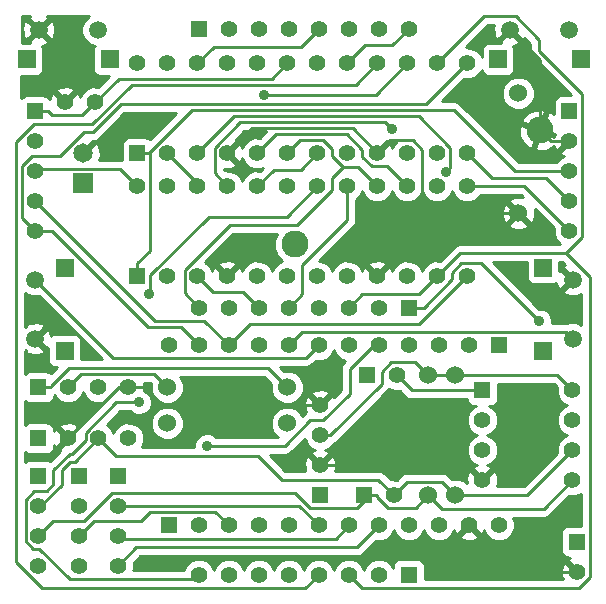
<source format=gtl>
G04 (created by PCBNEW (2013-07-07 BZR 4022)-stable) date 01/06/2014 15:28:08*
%MOIN*%
G04 Gerber Fmt 3.4, Leading zero omitted, Abs format*
%FSLAX34Y34*%
G01*
G70*
G90*
G04 APERTURE LIST*
%ADD10C,0.00590551*%
%ADD11R,0.055X0.055*%
%ADD12C,0.055*%
%ADD13C,0.06*%
%ADD14R,0.065X0.065*%
%ADD15C,0.065*%
%ADD16C,0.09*%
%ADD17C,0.0590551*%
%ADD18R,0.0590551X0.0590551*%
%ADD19C,0.035*%
%ADD20C,0.01*%
G04 APERTURE END LIST*
G54D10*
G54D11*
X78750Y-29450D03*
G54D12*
X79750Y-29450D03*
X80750Y-29450D03*
X81750Y-29450D03*
X82750Y-29450D03*
X83750Y-29450D03*
X84750Y-29450D03*
X85750Y-29450D03*
G54D11*
X85750Y-47650D03*
G54D12*
X84750Y-47650D03*
X83750Y-47650D03*
X82750Y-47650D03*
X81750Y-47650D03*
X80750Y-47650D03*
X79750Y-47650D03*
X78750Y-47650D03*
G54D13*
X89400Y-31600D03*
X89400Y-35600D03*
X81700Y-42600D03*
X77700Y-42600D03*
G54D11*
X76700Y-33600D03*
G54D12*
X77700Y-33600D03*
X78700Y-33600D03*
X79700Y-33600D03*
X80700Y-33600D03*
X81700Y-33600D03*
X82700Y-33600D03*
X83700Y-33600D03*
X84700Y-33600D03*
X85700Y-33600D03*
X86700Y-33600D03*
X87700Y-33600D03*
X87700Y-30600D03*
X86700Y-30600D03*
X85700Y-30600D03*
X84700Y-30600D03*
X83700Y-30600D03*
X82700Y-30600D03*
X81700Y-30600D03*
X80700Y-30600D03*
X79700Y-30600D03*
X78700Y-30600D03*
X77700Y-30600D03*
X76700Y-30600D03*
G54D14*
X74900Y-34600D03*
G54D15*
X74900Y-33600D03*
G54D12*
X74300Y-31900D03*
X75300Y-31900D03*
G54D11*
X85750Y-38750D03*
G54D12*
X84750Y-38750D03*
X83750Y-38750D03*
X82750Y-38750D03*
X81750Y-38750D03*
X80750Y-38750D03*
X79750Y-38750D03*
X78750Y-38750D03*
G54D11*
X77750Y-46000D03*
G54D12*
X78750Y-46000D03*
X79750Y-46000D03*
X80750Y-46000D03*
X81750Y-46000D03*
X82750Y-46000D03*
X83750Y-46000D03*
X84750Y-46000D03*
X85750Y-46000D03*
X86750Y-46000D03*
X87750Y-46000D03*
X88750Y-46000D03*
G54D11*
X88750Y-40000D03*
G54D12*
X87750Y-40000D03*
X86750Y-40000D03*
X85750Y-40000D03*
X84750Y-40000D03*
X83750Y-40000D03*
X82750Y-40000D03*
X81750Y-40000D03*
X80750Y-40000D03*
X79750Y-40000D03*
X78750Y-40000D03*
X77750Y-40000D03*
G54D11*
X76700Y-37700D03*
G54D12*
X77700Y-37700D03*
X78700Y-37700D03*
X79700Y-37700D03*
X80700Y-37700D03*
X81700Y-37700D03*
X82700Y-37700D03*
X83700Y-37700D03*
X84700Y-37700D03*
X85700Y-37700D03*
X86700Y-37700D03*
X87700Y-37700D03*
X87700Y-34700D03*
X86700Y-34700D03*
X85700Y-34700D03*
X84700Y-34700D03*
X83700Y-34700D03*
X82700Y-34700D03*
X81700Y-34700D03*
X80700Y-34700D03*
X79700Y-34700D03*
X78700Y-34700D03*
X77700Y-34700D03*
X76700Y-34700D03*
G54D11*
X73400Y-43100D03*
G54D12*
X74400Y-43100D03*
X75400Y-43100D03*
X76400Y-43100D03*
G54D11*
X84250Y-45000D03*
G54D12*
X85250Y-45000D03*
G54D13*
X81700Y-41400D03*
X77700Y-41400D03*
X87300Y-45000D03*
X87300Y-41000D03*
X86400Y-45000D03*
X86400Y-41000D03*
G54D11*
X88200Y-41500D03*
G54D12*
X88200Y-42500D03*
X88200Y-43500D03*
X88200Y-44500D03*
X91200Y-44500D03*
X91200Y-43500D03*
X91200Y-42500D03*
X91200Y-41500D03*
G54D16*
X90118Y-32832D03*
X81962Y-36635D03*
G54D11*
X73400Y-41400D03*
G54D12*
X74400Y-41400D03*
X75400Y-41400D03*
X76400Y-41400D03*
G54D11*
X82800Y-45000D03*
G54D12*
X82800Y-44000D03*
X82800Y-43000D03*
X82800Y-42000D03*
G54D17*
X91209Y-39784D03*
X91209Y-37815D03*
G54D18*
X90225Y-40177D03*
X90225Y-37422D03*
G54D17*
X73290Y-37815D03*
X73290Y-39784D03*
G54D18*
X74274Y-37422D03*
X74274Y-40177D03*
G54D17*
X91084Y-29490D03*
X89115Y-29490D03*
G54D18*
X91477Y-30474D03*
X88722Y-30474D03*
G54D17*
X75384Y-29490D03*
X73415Y-29490D03*
G54D18*
X75777Y-30474D03*
X73022Y-30474D03*
G54D11*
X73300Y-32200D03*
G54D12*
X73300Y-33200D03*
X73300Y-34200D03*
X73300Y-35200D03*
X73300Y-36200D03*
G54D11*
X91100Y-32200D03*
G54D12*
X91100Y-33200D03*
X91100Y-34200D03*
X91100Y-35200D03*
X91100Y-36200D03*
G54D11*
X73400Y-44350D03*
G54D12*
X73400Y-45350D03*
X73400Y-46350D03*
X73400Y-47350D03*
G54D11*
X74750Y-44350D03*
G54D12*
X74750Y-45350D03*
X74750Y-46350D03*
X74750Y-47350D03*
G54D11*
X76050Y-44350D03*
G54D12*
X76050Y-45350D03*
X76050Y-46350D03*
X76050Y-47350D03*
G54D11*
X84350Y-41000D03*
G54D12*
X85350Y-41000D03*
G54D11*
X91350Y-46550D03*
G54D12*
X91350Y-47550D03*
G54D19*
X86999Y-34210D03*
X90099Y-39201D03*
X80921Y-31645D03*
X85186Y-32805D03*
X76751Y-41907D03*
X79025Y-43356D03*
X77091Y-38277D03*
G54D20*
X79928Y-32371D02*
X78700Y-33600D01*
X86079Y-32371D02*
X79928Y-32371D01*
X87125Y-33416D02*
X86079Y-32371D01*
X87125Y-34084D02*
X87125Y-33416D01*
X86999Y-34210D02*
X87125Y-34084D01*
X88170Y-37273D02*
X90099Y-39201D01*
X87506Y-37273D02*
X88170Y-37273D01*
X87200Y-37579D02*
X87506Y-37273D01*
X87200Y-37801D02*
X87200Y-37579D01*
X86251Y-38750D02*
X87200Y-37801D01*
X85750Y-38750D02*
X86251Y-38750D01*
X82150Y-34150D02*
X82700Y-33600D01*
X81250Y-34150D02*
X82150Y-34150D01*
X80700Y-34700D02*
X81250Y-34150D01*
X82150Y-30050D02*
X82750Y-29450D01*
X79250Y-30050D02*
X82150Y-30050D01*
X78700Y-30600D02*
X79250Y-30050D01*
X84654Y-31645D02*
X80921Y-31645D01*
X85700Y-30600D02*
X84654Y-31645D01*
X84300Y-30000D02*
X83700Y-30600D01*
X85200Y-30000D02*
X84300Y-30000D01*
X85750Y-29450D02*
X85200Y-30000D01*
X81326Y-32973D02*
X80700Y-33600D01*
X83697Y-32973D02*
X81326Y-32973D01*
X84200Y-33475D02*
X83697Y-32973D01*
X84200Y-33729D02*
X84200Y-33475D01*
X84508Y-34038D02*
X84200Y-33729D01*
X85038Y-34038D02*
X84508Y-34038D01*
X85700Y-34700D02*
X85038Y-34038D01*
X84195Y-48095D02*
X83750Y-47650D01*
X91417Y-48095D02*
X84195Y-48095D01*
X91787Y-47726D02*
X91417Y-48095D01*
X91787Y-37737D02*
X91787Y-47726D01*
X90988Y-36938D02*
X91787Y-37737D01*
X88272Y-29027D02*
X86700Y-30600D01*
X89307Y-29027D02*
X88272Y-29027D01*
X90100Y-29820D02*
X89307Y-29027D01*
X90100Y-30191D02*
X90100Y-29820D01*
X91534Y-31626D02*
X90100Y-30191D01*
X91534Y-36392D02*
X91534Y-31626D01*
X90988Y-36938D02*
X91534Y-36392D01*
X87461Y-36938D02*
X86700Y-37700D01*
X90988Y-36938D02*
X87461Y-36938D01*
X84195Y-38305D02*
X83750Y-38750D01*
X86095Y-38305D02*
X84195Y-38305D01*
X86700Y-37700D02*
X86095Y-38305D01*
X82304Y-48095D02*
X82750Y-47650D01*
X73532Y-48095D02*
X82304Y-48095D01*
X72654Y-47217D02*
X73532Y-48095D01*
X72654Y-33241D02*
X72654Y-47217D01*
X73266Y-32629D02*
X72654Y-33241D01*
X75198Y-32629D02*
X73266Y-32629D01*
X76511Y-31316D02*
X75198Y-32629D01*
X83983Y-31316D02*
X76511Y-31316D01*
X84700Y-30600D02*
X83983Y-31316D01*
X82200Y-38300D02*
X81750Y-38750D01*
X82200Y-37310D02*
X82200Y-38300D01*
X83700Y-35810D02*
X82200Y-37310D01*
X83700Y-34700D02*
X83700Y-35810D01*
X80219Y-38219D02*
X80750Y-38750D01*
X79219Y-38219D02*
X80219Y-38219D01*
X78700Y-37700D02*
X79219Y-38219D01*
X84952Y-32571D02*
X85186Y-32805D01*
X80127Y-32571D02*
X84952Y-32571D01*
X79274Y-33424D02*
X80127Y-32571D01*
X79274Y-34274D02*
X79274Y-33424D01*
X79700Y-34700D02*
X79274Y-34274D01*
X75991Y-41907D02*
X76751Y-41907D01*
X74974Y-42923D02*
X75991Y-41907D01*
X74974Y-43150D02*
X74974Y-42923D01*
X74511Y-43613D02*
X74974Y-43150D01*
X74440Y-43613D02*
X74511Y-43613D01*
X73904Y-44150D02*
X74440Y-43613D01*
X73904Y-44633D02*
X73904Y-44150D01*
X73684Y-44853D02*
X73904Y-44633D01*
X73270Y-44853D02*
X73684Y-44853D01*
X72974Y-45149D02*
X73270Y-44853D01*
X72974Y-46525D02*
X72974Y-45149D01*
X73223Y-46775D02*
X72974Y-46525D01*
X73431Y-46775D02*
X73223Y-46775D01*
X74456Y-47800D02*
X73431Y-46775D01*
X78599Y-47800D02*
X74456Y-47800D01*
X78750Y-47650D02*
X78599Y-47800D01*
X84071Y-34071D02*
X83570Y-34071D01*
X84700Y-34700D02*
X84071Y-34071D01*
X82126Y-33173D02*
X81700Y-33600D01*
X82902Y-33173D02*
X82126Y-33173D01*
X83200Y-33470D02*
X82902Y-33173D01*
X83200Y-33701D02*
X83200Y-33470D01*
X83570Y-34071D02*
X83200Y-33701D01*
X83200Y-34441D02*
X83570Y-34071D01*
X83200Y-34820D02*
X83200Y-34441D01*
X82013Y-36006D02*
X83200Y-34820D01*
X79774Y-36006D02*
X82013Y-36006D01*
X78273Y-37507D02*
X79774Y-36006D01*
X78273Y-38273D02*
X78273Y-37507D01*
X78750Y-38750D02*
X78273Y-38273D01*
X78700Y-34600D02*
X77700Y-33600D01*
X78700Y-34700D02*
X78700Y-34600D01*
X82100Y-45350D02*
X82750Y-46000D01*
X76050Y-45350D02*
X82100Y-45350D01*
X83307Y-46442D02*
X83750Y-46000D01*
X76142Y-46442D02*
X83307Y-46442D01*
X76050Y-46350D02*
X76142Y-46442D01*
X76663Y-46736D02*
X76050Y-47350D01*
X84013Y-46736D02*
X76663Y-46736D01*
X84750Y-46000D02*
X84013Y-46736D01*
X86850Y-45450D02*
X86400Y-45000D01*
X90249Y-45450D02*
X86850Y-45450D01*
X91200Y-44500D02*
X90249Y-45450D01*
X84675Y-45053D02*
X84675Y-45000D01*
X85047Y-45425D02*
X84675Y-45053D01*
X85974Y-45425D02*
X85047Y-45425D01*
X86400Y-45000D02*
X85974Y-45425D01*
X84462Y-45000D02*
X84445Y-45000D01*
X84250Y-45000D02*
X84445Y-45000D01*
X84462Y-45000D02*
X84675Y-45000D01*
X73900Y-45850D02*
X73400Y-46350D01*
X74913Y-45850D02*
X73900Y-45850D01*
X75842Y-44920D02*
X74913Y-45850D01*
X81956Y-44920D02*
X75842Y-44920D01*
X82465Y-45429D02*
X81956Y-44920D01*
X84016Y-45429D02*
X82465Y-45429D01*
X84445Y-45000D02*
X84016Y-45429D01*
X74615Y-43884D02*
X75400Y-43100D01*
X74452Y-43884D02*
X74615Y-43884D01*
X74174Y-44162D02*
X74452Y-43884D01*
X74174Y-44645D02*
X74174Y-44162D01*
X73470Y-45350D02*
X74174Y-44645D01*
X73400Y-45350D02*
X73470Y-45350D01*
X84727Y-44477D02*
X85250Y-45000D01*
X81513Y-44477D02*
X84727Y-44477D01*
X80717Y-43681D02*
X81513Y-44477D01*
X75981Y-43681D02*
X80717Y-43681D01*
X75400Y-43100D02*
X75981Y-43681D01*
X89700Y-45000D02*
X87300Y-45000D01*
X91200Y-43500D02*
X89700Y-45000D01*
X85701Y-44548D02*
X85250Y-45000D01*
X86848Y-44548D02*
X85701Y-44548D01*
X87300Y-45000D02*
X86848Y-44548D01*
X78154Y-39404D02*
X78750Y-40000D01*
X77059Y-39404D02*
X78154Y-39404D01*
X73855Y-36200D02*
X77059Y-39404D01*
X73300Y-36200D02*
X73855Y-36200D01*
X89600Y-34700D02*
X87700Y-34700D01*
X91100Y-36200D02*
X89600Y-34700D01*
X86329Y-31970D02*
X87700Y-30600D01*
X76140Y-31970D02*
X86329Y-31970D01*
X75210Y-32900D02*
X76140Y-31970D01*
X74927Y-32900D02*
X75210Y-32900D01*
X74128Y-33700D02*
X74927Y-32900D01*
X73188Y-33700D02*
X74128Y-33700D01*
X72869Y-34018D02*
X73188Y-33700D01*
X72869Y-35769D02*
X72869Y-34018D01*
X73300Y-36200D02*
X72869Y-35769D01*
X79300Y-45550D02*
X79750Y-46000D01*
X77108Y-45550D02*
X79300Y-45550D01*
X76808Y-45849D02*
X77108Y-45550D01*
X75250Y-45849D02*
X76808Y-45849D01*
X74750Y-46350D02*
X75250Y-45849D01*
X81608Y-43356D02*
X79025Y-43356D01*
X82465Y-42500D02*
X81608Y-43356D01*
X82902Y-42500D02*
X82465Y-42500D01*
X83776Y-41626D02*
X82902Y-42500D01*
X83776Y-40798D02*
X83776Y-41626D01*
X84575Y-40000D02*
X83776Y-40798D01*
X84750Y-40000D02*
X84575Y-40000D01*
X82324Y-40425D02*
X82750Y-40000D01*
X75899Y-40425D02*
X82324Y-40425D01*
X73290Y-37815D02*
X75899Y-40425D01*
X82179Y-39570D02*
X81750Y-40000D01*
X90995Y-39570D02*
X82179Y-39570D01*
X91209Y-39784D02*
X90995Y-39570D01*
X77270Y-40970D02*
X77700Y-41400D01*
X74829Y-40970D02*
X77270Y-40970D01*
X74400Y-41400D02*
X74829Y-40970D01*
X90330Y-34430D02*
X91100Y-35200D01*
X88530Y-34430D02*
X90330Y-34430D01*
X87700Y-33600D02*
X88530Y-34430D01*
X78925Y-39175D02*
X79750Y-40000D01*
X77275Y-39175D02*
X78925Y-39175D01*
X73300Y-35200D02*
X77275Y-39175D01*
X80445Y-39304D02*
X79750Y-40000D01*
X86095Y-39304D02*
X80445Y-39304D01*
X87700Y-37700D02*
X86095Y-39304D01*
X76700Y-33600D02*
X77098Y-33600D01*
X77125Y-36849D02*
X76700Y-37274D01*
X77125Y-33626D02*
X77125Y-36849D01*
X77098Y-33600D02*
X77125Y-33626D01*
X76700Y-37700D02*
X76700Y-37274D01*
X78527Y-32170D02*
X77098Y-33600D01*
X87258Y-32170D02*
X78527Y-32170D01*
X89287Y-34200D02*
X87258Y-32170D01*
X91100Y-34200D02*
X89287Y-34200D01*
X76124Y-34124D02*
X76700Y-34700D01*
X73375Y-34124D02*
X76124Y-34124D01*
X73300Y-34200D02*
X73375Y-34124D01*
X77129Y-38239D02*
X77091Y-38277D01*
X77129Y-37669D02*
X77129Y-38239D01*
X79075Y-35723D02*
X77129Y-37669D01*
X81676Y-35723D02*
X79075Y-35723D01*
X82700Y-34700D02*
X81676Y-35723D01*
X89300Y-47550D02*
X87750Y-46000D01*
X91350Y-47550D02*
X89300Y-47550D01*
X87700Y-44000D02*
X88200Y-44500D01*
X82800Y-44000D02*
X87700Y-44000D01*
X89400Y-35600D02*
X86200Y-35600D01*
X86200Y-36200D02*
X86200Y-35600D01*
X84700Y-37700D02*
X86200Y-36200D01*
X90118Y-30493D02*
X89115Y-29490D01*
X90118Y-32832D02*
X90118Y-30493D01*
X86200Y-33484D02*
X86200Y-35600D01*
X85890Y-33174D02*
X86200Y-33484D01*
X85125Y-33174D02*
X85890Y-33174D01*
X84700Y-33600D02*
X85125Y-33174D01*
X80526Y-32773D02*
X79700Y-33600D01*
X83873Y-32773D02*
X80526Y-32773D01*
X84700Y-33600D02*
X83873Y-32773D01*
X76931Y-41400D02*
X76400Y-41400D01*
X77531Y-42000D02*
X76931Y-41400D01*
X82800Y-42000D02*
X77531Y-42000D01*
X76100Y-41400D02*
X74400Y-43100D01*
X76400Y-41400D02*
X76100Y-41400D01*
X90486Y-33200D02*
X90118Y-32832D01*
X91100Y-33200D02*
X90486Y-33200D01*
X85850Y-41500D02*
X85350Y-41000D01*
X88200Y-41500D02*
X85850Y-41500D01*
X73400Y-41400D02*
X73825Y-41400D01*
X73300Y-32200D02*
X73725Y-32200D01*
X74872Y-32327D02*
X75300Y-31900D01*
X73852Y-32327D02*
X74872Y-32327D01*
X73725Y-32200D02*
X73852Y-32327D01*
X81060Y-40760D02*
X81700Y-41400D01*
X74411Y-40760D02*
X81060Y-40760D01*
X73825Y-41346D02*
X74411Y-40760D01*
X73825Y-41400D02*
X73825Y-41346D01*
X90700Y-41000D02*
X87300Y-41000D01*
X91200Y-41500D02*
X90700Y-41000D01*
X87300Y-41000D02*
X86400Y-41000D01*
X83133Y-43000D02*
X82800Y-43000D01*
X84842Y-41291D02*
X83133Y-43000D01*
X84842Y-40890D02*
X84842Y-41291D01*
X85160Y-40572D02*
X84842Y-40890D01*
X85972Y-40572D02*
X85160Y-40572D01*
X86400Y-41000D02*
X85972Y-40572D01*
X76083Y-31116D02*
X75300Y-31900D01*
X81183Y-31116D02*
X76083Y-31116D01*
X81700Y-30600D02*
X81183Y-31116D01*
G54D10*
G36*
X73376Y-33205D02*
X73305Y-33276D01*
X73300Y-33270D01*
X73294Y-33276D01*
X73223Y-33205D01*
X73229Y-33200D01*
X73223Y-33194D01*
X73294Y-33123D01*
X73300Y-33129D01*
X73305Y-33123D01*
X73376Y-33194D01*
X73370Y-33200D01*
X73376Y-33205D01*
X73376Y-33205D01*
G37*
G54D20*
X73376Y-33205D02*
X73305Y-33276D01*
X73300Y-33270D01*
X73294Y-33276D01*
X73223Y-33205D01*
X73229Y-33200D01*
X73223Y-33194D01*
X73294Y-33123D01*
X73300Y-33129D01*
X73305Y-33123D01*
X73376Y-33194D01*
X73370Y-33200D01*
X73376Y-33205D01*
G54D10*
G36*
X75511Y-40460D02*
X74820Y-40460D01*
X74820Y-40423D01*
X74820Y-39833D01*
X74782Y-39741D01*
X74711Y-39670D01*
X74620Y-39632D01*
X74520Y-39632D01*
X73930Y-39632D01*
X73838Y-39670D01*
X73831Y-39677D01*
X73829Y-39648D01*
X73767Y-39499D01*
X73673Y-39472D01*
X73602Y-39543D01*
X73361Y-39784D01*
X73673Y-40096D01*
X73729Y-40080D01*
X73729Y-40522D01*
X73767Y-40614D01*
X73837Y-40685D01*
X73929Y-40723D01*
X74024Y-40723D01*
X73825Y-40922D01*
X73816Y-40913D01*
X73724Y-40875D01*
X73625Y-40874D01*
X73602Y-40874D01*
X73075Y-40874D01*
X72983Y-40912D01*
X72954Y-40942D01*
X72954Y-40191D01*
X72978Y-40166D01*
X73005Y-40261D01*
X73209Y-40334D01*
X73426Y-40323D01*
X73575Y-40261D01*
X73602Y-40166D01*
X73290Y-39854D01*
X73284Y-39860D01*
X73214Y-39789D01*
X73219Y-39784D01*
X73214Y-39778D01*
X73284Y-39707D01*
X73290Y-39713D01*
X73602Y-39401D01*
X73575Y-39306D01*
X73371Y-39234D01*
X73154Y-39245D01*
X73005Y-39306D01*
X72978Y-39401D01*
X72954Y-39377D01*
X72954Y-38250D01*
X72981Y-38277D01*
X73181Y-38360D01*
X73398Y-38361D01*
X73407Y-38357D01*
X75511Y-40460D01*
X75511Y-40460D01*
G37*
G54D20*
X75511Y-40460D02*
X74820Y-40460D01*
X74820Y-40423D01*
X74820Y-39833D01*
X74782Y-39741D01*
X74711Y-39670D01*
X74620Y-39632D01*
X74520Y-39632D01*
X73930Y-39632D01*
X73838Y-39670D01*
X73831Y-39677D01*
X73829Y-39648D01*
X73767Y-39499D01*
X73673Y-39472D01*
X73602Y-39543D01*
X73361Y-39784D01*
X73673Y-40096D01*
X73729Y-40080D01*
X73729Y-40522D01*
X73767Y-40614D01*
X73837Y-40685D01*
X73929Y-40723D01*
X74024Y-40723D01*
X73825Y-40922D01*
X73816Y-40913D01*
X73724Y-40875D01*
X73625Y-40874D01*
X73602Y-40874D01*
X73075Y-40874D01*
X72983Y-40912D01*
X72954Y-40942D01*
X72954Y-40191D01*
X72978Y-40166D01*
X73005Y-40261D01*
X73209Y-40334D01*
X73426Y-40323D01*
X73575Y-40261D01*
X73602Y-40166D01*
X73290Y-39854D01*
X73284Y-39860D01*
X73214Y-39789D01*
X73219Y-39784D01*
X73214Y-39778D01*
X73284Y-39707D01*
X73290Y-39713D01*
X73602Y-39401D01*
X73575Y-39306D01*
X73371Y-39234D01*
X73154Y-39245D01*
X73005Y-39306D01*
X72978Y-39401D01*
X72954Y-39377D01*
X72954Y-38250D01*
X72981Y-38277D01*
X73181Y-38360D01*
X73398Y-38361D01*
X73407Y-38357D01*
X75511Y-40460D01*
G54D10*
G36*
X75581Y-41893D02*
X74765Y-42709D01*
X74742Y-42686D01*
X74697Y-42732D01*
X74672Y-42639D01*
X74475Y-42570D01*
X74267Y-42581D01*
X74127Y-42639D01*
X74102Y-42732D01*
X74400Y-43029D01*
X74405Y-43023D01*
X74476Y-43094D01*
X74470Y-43100D01*
X74476Y-43105D01*
X74405Y-43176D01*
X74400Y-43170D01*
X74102Y-43467D01*
X74115Y-43514D01*
X73781Y-43848D01*
X73724Y-43825D01*
X73625Y-43824D01*
X73075Y-43824D01*
X72983Y-43862D01*
X72954Y-43892D01*
X72954Y-43557D01*
X72983Y-43586D01*
X73075Y-43624D01*
X73174Y-43625D01*
X73724Y-43625D01*
X73816Y-43587D01*
X73886Y-43516D01*
X73924Y-43424D01*
X73925Y-43337D01*
X73939Y-43372D01*
X74032Y-43397D01*
X74329Y-43100D01*
X74032Y-42802D01*
X73939Y-42827D01*
X73925Y-42868D01*
X73925Y-42775D01*
X73887Y-42683D01*
X73816Y-42613D01*
X73724Y-42575D01*
X73625Y-42574D01*
X73075Y-42574D01*
X72983Y-42612D01*
X72954Y-42642D01*
X72954Y-41857D01*
X72983Y-41886D01*
X73075Y-41924D01*
X73174Y-41925D01*
X73724Y-41925D01*
X73816Y-41887D01*
X73886Y-41816D01*
X73924Y-41724D01*
X73924Y-41680D01*
X73939Y-41677D01*
X73945Y-41673D01*
X73954Y-41697D01*
X74102Y-41844D01*
X74295Y-41924D01*
X74503Y-41925D01*
X74697Y-41845D01*
X74844Y-41697D01*
X74900Y-41564D01*
X74954Y-41697D01*
X75102Y-41844D01*
X75295Y-41924D01*
X75503Y-41925D01*
X75581Y-41893D01*
X75581Y-41893D01*
G37*
G54D20*
X75581Y-41893D02*
X74765Y-42709D01*
X74742Y-42686D01*
X74697Y-42732D01*
X74672Y-42639D01*
X74475Y-42570D01*
X74267Y-42581D01*
X74127Y-42639D01*
X74102Y-42732D01*
X74400Y-43029D01*
X74405Y-43023D01*
X74476Y-43094D01*
X74470Y-43100D01*
X74476Y-43105D01*
X74405Y-43176D01*
X74400Y-43170D01*
X74102Y-43467D01*
X74115Y-43514D01*
X73781Y-43848D01*
X73724Y-43825D01*
X73625Y-43824D01*
X73075Y-43824D01*
X72983Y-43862D01*
X72954Y-43892D01*
X72954Y-43557D01*
X72983Y-43586D01*
X73075Y-43624D01*
X73174Y-43625D01*
X73724Y-43625D01*
X73816Y-43587D01*
X73886Y-43516D01*
X73924Y-43424D01*
X73925Y-43337D01*
X73939Y-43372D01*
X74032Y-43397D01*
X74329Y-43100D01*
X74032Y-42802D01*
X73939Y-42827D01*
X73925Y-42868D01*
X73925Y-42775D01*
X73887Y-42683D01*
X73816Y-42613D01*
X73724Y-42575D01*
X73625Y-42574D01*
X73075Y-42574D01*
X72983Y-42612D01*
X72954Y-42642D01*
X72954Y-41857D01*
X72983Y-41886D01*
X73075Y-41924D01*
X73174Y-41925D01*
X73724Y-41925D01*
X73816Y-41887D01*
X73886Y-41816D01*
X73924Y-41724D01*
X73924Y-41680D01*
X73939Y-41677D01*
X73945Y-41673D01*
X73954Y-41697D01*
X74102Y-41844D01*
X74295Y-41924D01*
X74503Y-41925D01*
X74697Y-41845D01*
X74844Y-41697D01*
X74900Y-41564D01*
X74954Y-41697D01*
X75102Y-41844D01*
X75295Y-41924D01*
X75503Y-41925D01*
X75581Y-41893D01*
G54D10*
G36*
X75755Y-31020D02*
X75400Y-31375D01*
X75196Y-31374D01*
X75003Y-31454D01*
X74855Y-31602D01*
X74802Y-31728D01*
X74760Y-31627D01*
X74667Y-31602D01*
X74597Y-31673D01*
X74597Y-31532D01*
X74572Y-31439D01*
X74375Y-31370D01*
X74167Y-31381D01*
X74027Y-31439D01*
X74002Y-31532D01*
X74300Y-31829D01*
X74597Y-31532D01*
X74597Y-31673D01*
X74370Y-31900D01*
X74376Y-31905D01*
X74305Y-31976D01*
X74300Y-31970D01*
X74294Y-31976D01*
X74223Y-31905D01*
X74229Y-31900D01*
X73965Y-31636D01*
X73965Y-29571D01*
X73954Y-29354D01*
X73893Y-29205D01*
X73798Y-29178D01*
X73486Y-29490D01*
X73798Y-29802D01*
X73893Y-29775D01*
X73965Y-29571D01*
X73965Y-31636D01*
X73932Y-31602D01*
X73839Y-31627D01*
X73785Y-31781D01*
X73716Y-31713D01*
X73624Y-31675D01*
X73525Y-31674D01*
X72975Y-31674D01*
X72883Y-31712D01*
X72827Y-31769D01*
X72833Y-31020D01*
X73366Y-31020D01*
X73458Y-30982D01*
X73529Y-30911D01*
X73567Y-30820D01*
X73567Y-30720D01*
X73567Y-30130D01*
X73529Y-30038D01*
X73522Y-30031D01*
X73551Y-30029D01*
X73700Y-29967D01*
X73727Y-29873D01*
X73415Y-29561D01*
X73345Y-29631D01*
X73345Y-29490D01*
X73033Y-29178D01*
X72938Y-29205D01*
X72865Y-29409D01*
X72876Y-29626D01*
X72938Y-29775D01*
X73033Y-29802D01*
X73345Y-29490D01*
X73345Y-29631D01*
X73103Y-29873D01*
X73119Y-29929D01*
X72841Y-29929D01*
X72848Y-29019D01*
X73128Y-29019D01*
X73103Y-29108D01*
X73415Y-29419D01*
X73727Y-29108D01*
X73702Y-29019D01*
X75095Y-29019D01*
X75075Y-29028D01*
X74922Y-29181D01*
X74839Y-29381D01*
X74838Y-29598D01*
X74921Y-29799D01*
X75074Y-29952D01*
X75273Y-30035D01*
X75270Y-30037D01*
X75232Y-30129D01*
X75232Y-30229D01*
X75232Y-30819D01*
X75270Y-30911D01*
X75340Y-30981D01*
X75432Y-31020D01*
X75532Y-31020D01*
X75755Y-31020D01*
X75755Y-31020D01*
G37*
G54D20*
X75755Y-31020D02*
X75400Y-31375D01*
X75196Y-31374D01*
X75003Y-31454D01*
X74855Y-31602D01*
X74802Y-31728D01*
X74760Y-31627D01*
X74667Y-31602D01*
X74597Y-31673D01*
X74597Y-31532D01*
X74572Y-31439D01*
X74375Y-31370D01*
X74167Y-31381D01*
X74027Y-31439D01*
X74002Y-31532D01*
X74300Y-31829D01*
X74597Y-31532D01*
X74597Y-31673D01*
X74370Y-31900D01*
X74376Y-31905D01*
X74305Y-31976D01*
X74300Y-31970D01*
X74294Y-31976D01*
X74223Y-31905D01*
X74229Y-31900D01*
X73965Y-31636D01*
X73965Y-29571D01*
X73954Y-29354D01*
X73893Y-29205D01*
X73798Y-29178D01*
X73486Y-29490D01*
X73798Y-29802D01*
X73893Y-29775D01*
X73965Y-29571D01*
X73965Y-31636D01*
X73932Y-31602D01*
X73839Y-31627D01*
X73785Y-31781D01*
X73716Y-31713D01*
X73624Y-31675D01*
X73525Y-31674D01*
X72975Y-31674D01*
X72883Y-31712D01*
X72827Y-31769D01*
X72833Y-31020D01*
X73366Y-31020D01*
X73458Y-30982D01*
X73529Y-30911D01*
X73567Y-30820D01*
X73567Y-30720D01*
X73567Y-30130D01*
X73529Y-30038D01*
X73522Y-30031D01*
X73551Y-30029D01*
X73700Y-29967D01*
X73727Y-29873D01*
X73415Y-29561D01*
X73345Y-29631D01*
X73345Y-29490D01*
X73033Y-29178D01*
X72938Y-29205D01*
X72865Y-29409D01*
X72876Y-29626D01*
X72938Y-29775D01*
X73033Y-29802D01*
X73345Y-29490D01*
X73345Y-29631D01*
X73103Y-29873D01*
X73119Y-29929D01*
X72841Y-29929D01*
X72848Y-29019D01*
X73128Y-29019D01*
X73103Y-29108D01*
X73415Y-29419D01*
X73727Y-29108D01*
X73702Y-29019D01*
X75095Y-29019D01*
X75075Y-29028D01*
X74922Y-29181D01*
X74839Y-29381D01*
X74838Y-29598D01*
X74921Y-29799D01*
X75074Y-29952D01*
X75273Y-30035D01*
X75270Y-30037D01*
X75232Y-30129D01*
X75232Y-30229D01*
X75232Y-30819D01*
X75270Y-30911D01*
X75340Y-30981D01*
X75432Y-31020D01*
X75532Y-31020D01*
X75755Y-31020D01*
G54D10*
G36*
X76476Y-41405D02*
X76405Y-41476D01*
X76400Y-41470D01*
X76394Y-41476D01*
X76323Y-41405D01*
X76329Y-41400D01*
X76323Y-41394D01*
X76394Y-41323D01*
X76400Y-41329D01*
X76405Y-41323D01*
X76476Y-41394D01*
X76470Y-41400D01*
X76476Y-41405D01*
X76476Y-41405D01*
G37*
G54D20*
X76476Y-41405D02*
X76405Y-41476D01*
X76400Y-41470D01*
X76394Y-41476D01*
X76323Y-41405D01*
X76329Y-41400D01*
X76323Y-41394D01*
X76394Y-41323D01*
X76400Y-41329D01*
X76405Y-41323D01*
X76476Y-41394D01*
X76470Y-41400D01*
X76476Y-41405D01*
G54D10*
G36*
X78003Y-32270D02*
X77138Y-33135D01*
X77116Y-33113D01*
X77024Y-33075D01*
X76925Y-33074D01*
X76375Y-33074D01*
X76283Y-33112D01*
X76213Y-33183D01*
X76175Y-33275D01*
X76174Y-33374D01*
X76174Y-33834D01*
X76124Y-33824D01*
X75430Y-33824D01*
X75479Y-33687D01*
X75469Y-33459D01*
X75401Y-33297D01*
X75304Y-33266D01*
X74970Y-33600D01*
X74976Y-33605D01*
X74905Y-33676D01*
X74900Y-33670D01*
X74894Y-33676D01*
X74823Y-33605D01*
X74829Y-33600D01*
X74823Y-33594D01*
X74894Y-33523D01*
X74900Y-33529D01*
X75233Y-33195D01*
X75233Y-33195D01*
X75325Y-33177D01*
X75325Y-33177D01*
X75423Y-33112D01*
X76264Y-32270D01*
X78003Y-32270D01*
X78003Y-32270D01*
G37*
G54D20*
X78003Y-32270D02*
X77138Y-33135D01*
X77116Y-33113D01*
X77024Y-33075D01*
X76925Y-33074D01*
X76375Y-33074D01*
X76283Y-33112D01*
X76213Y-33183D01*
X76175Y-33275D01*
X76174Y-33374D01*
X76174Y-33834D01*
X76124Y-33824D01*
X75430Y-33824D01*
X75479Y-33687D01*
X75469Y-33459D01*
X75401Y-33297D01*
X75304Y-33266D01*
X74970Y-33600D01*
X74976Y-33605D01*
X74905Y-33676D01*
X74900Y-33670D01*
X74894Y-33676D01*
X74823Y-33605D01*
X74829Y-33600D01*
X74823Y-33594D01*
X74894Y-33523D01*
X74900Y-33529D01*
X75233Y-33195D01*
X75233Y-33195D01*
X75325Y-33177D01*
X75325Y-33177D01*
X75423Y-33112D01*
X76264Y-32270D01*
X78003Y-32270D01*
G54D10*
G36*
X81004Y-32871D02*
X80800Y-33075D01*
X80596Y-33074D01*
X80403Y-33154D01*
X80255Y-33302D01*
X80202Y-33428D01*
X80160Y-33327D01*
X80067Y-33302D01*
X79770Y-33600D01*
X80067Y-33897D01*
X80160Y-33872D01*
X80199Y-33762D01*
X80254Y-33897D01*
X80402Y-34044D01*
X80595Y-34124D01*
X80803Y-34125D01*
X80883Y-34092D01*
X80800Y-34175D01*
X80596Y-34174D01*
X80403Y-34254D01*
X80255Y-34402D01*
X80199Y-34535D01*
X80145Y-34403D01*
X79997Y-34255D01*
X79804Y-34175D01*
X79599Y-34174D01*
X79574Y-34149D01*
X79574Y-34112D01*
X79624Y-34129D01*
X79832Y-34118D01*
X79972Y-34060D01*
X79997Y-33967D01*
X79700Y-33670D01*
X79694Y-33676D01*
X79623Y-33605D01*
X79629Y-33600D01*
X79623Y-33594D01*
X79694Y-33523D01*
X79700Y-33529D01*
X79997Y-33232D01*
X79975Y-33147D01*
X80251Y-32871D01*
X81004Y-32871D01*
X81004Y-32871D01*
G37*
G54D20*
X81004Y-32871D02*
X80800Y-33075D01*
X80596Y-33074D01*
X80403Y-33154D01*
X80255Y-33302D01*
X80202Y-33428D01*
X80160Y-33327D01*
X80067Y-33302D01*
X79770Y-33600D01*
X80067Y-33897D01*
X80160Y-33872D01*
X80199Y-33762D01*
X80254Y-33897D01*
X80402Y-34044D01*
X80595Y-34124D01*
X80803Y-34125D01*
X80883Y-34092D01*
X80800Y-34175D01*
X80596Y-34174D01*
X80403Y-34254D01*
X80255Y-34402D01*
X80199Y-34535D01*
X80145Y-34403D01*
X79997Y-34255D01*
X79804Y-34175D01*
X79599Y-34174D01*
X79574Y-34149D01*
X79574Y-34112D01*
X79624Y-34129D01*
X79832Y-34118D01*
X79972Y-34060D01*
X79997Y-33967D01*
X79700Y-33670D01*
X79694Y-33676D01*
X79623Y-33605D01*
X79629Y-33600D01*
X79623Y-33594D01*
X79694Y-33523D01*
X79700Y-33529D01*
X79997Y-33232D01*
X79975Y-33147D01*
X80251Y-32871D01*
X81004Y-32871D01*
G54D10*
G36*
X81536Y-37199D02*
X81403Y-37254D01*
X81255Y-37402D01*
X81199Y-37535D01*
X81145Y-37403D01*
X80997Y-37255D01*
X80804Y-37175D01*
X80596Y-37174D01*
X80403Y-37254D01*
X80255Y-37402D01*
X80202Y-37528D01*
X80160Y-37427D01*
X80067Y-37402D01*
X79997Y-37473D01*
X79997Y-37332D01*
X79972Y-37239D01*
X79775Y-37170D01*
X79567Y-37181D01*
X79427Y-37239D01*
X79402Y-37332D01*
X79700Y-37629D01*
X79997Y-37332D01*
X79997Y-37473D01*
X79770Y-37700D01*
X79776Y-37705D01*
X79705Y-37776D01*
X79700Y-37770D01*
X79694Y-37776D01*
X79623Y-37705D01*
X79629Y-37700D01*
X79332Y-37402D01*
X79239Y-37427D01*
X79200Y-37537D01*
X79145Y-37403D01*
X78997Y-37255D01*
X78964Y-37241D01*
X79898Y-36306D01*
X81340Y-36306D01*
X81262Y-36495D01*
X81262Y-36774D01*
X81368Y-37031D01*
X81536Y-37199D01*
X81536Y-37199D01*
G37*
G54D20*
X81536Y-37199D02*
X81403Y-37254D01*
X81255Y-37402D01*
X81199Y-37535D01*
X81145Y-37403D01*
X80997Y-37255D01*
X80804Y-37175D01*
X80596Y-37174D01*
X80403Y-37254D01*
X80255Y-37402D01*
X80202Y-37528D01*
X80160Y-37427D01*
X80067Y-37402D01*
X79997Y-37473D01*
X79997Y-37332D01*
X79972Y-37239D01*
X79775Y-37170D01*
X79567Y-37181D01*
X79427Y-37239D01*
X79402Y-37332D01*
X79700Y-37629D01*
X79997Y-37332D01*
X79997Y-37473D01*
X79770Y-37700D01*
X79776Y-37705D01*
X79705Y-37776D01*
X79700Y-37770D01*
X79694Y-37776D01*
X79623Y-37705D01*
X79629Y-37700D01*
X79332Y-37402D01*
X79239Y-37427D01*
X79200Y-37537D01*
X79145Y-37403D01*
X78997Y-37255D01*
X78964Y-37241D01*
X79898Y-36306D01*
X81340Y-36306D01*
X81262Y-36495D01*
X81262Y-36774D01*
X81368Y-37031D01*
X81536Y-37199D01*
G54D10*
G36*
X83631Y-40519D02*
X83564Y-40586D01*
X83499Y-40683D01*
X83476Y-40798D01*
X83476Y-41501D01*
X83252Y-41725D01*
X83167Y-41702D01*
X83097Y-41773D01*
X83097Y-41632D01*
X83072Y-41539D01*
X82875Y-41470D01*
X82667Y-41481D01*
X82527Y-41539D01*
X82502Y-41632D01*
X82800Y-41929D01*
X83097Y-41632D01*
X83097Y-41773D01*
X82870Y-42000D01*
X82876Y-42005D01*
X82805Y-42076D01*
X82800Y-42070D01*
X82794Y-42076D01*
X82723Y-42005D01*
X82729Y-42000D01*
X82432Y-41702D01*
X82339Y-41727D01*
X82270Y-41924D01*
X82281Y-42132D01*
X82325Y-42239D01*
X82253Y-42287D01*
X82191Y-42349D01*
X82166Y-42288D01*
X82011Y-42134D01*
X81809Y-42050D01*
X81591Y-42049D01*
X81388Y-42133D01*
X81234Y-42288D01*
X81150Y-42490D01*
X81149Y-42708D01*
X81233Y-42911D01*
X81378Y-43056D01*
X79326Y-43056D01*
X79266Y-42996D01*
X79110Y-42931D01*
X78940Y-42931D01*
X78784Y-42995D01*
X78665Y-43115D01*
X78600Y-43271D01*
X78600Y-43381D01*
X78250Y-43381D01*
X78250Y-42491D01*
X78166Y-42288D01*
X78011Y-42134D01*
X77809Y-42050D01*
X77591Y-42049D01*
X77388Y-42133D01*
X77234Y-42288D01*
X77150Y-42490D01*
X77149Y-42708D01*
X77233Y-42911D01*
X77388Y-43065D01*
X77590Y-43149D01*
X77808Y-43150D01*
X78011Y-43066D01*
X78165Y-42911D01*
X78249Y-42709D01*
X78250Y-42491D01*
X78250Y-43381D01*
X76851Y-43381D01*
X76924Y-43204D01*
X76925Y-42996D01*
X76845Y-42803D01*
X76697Y-42655D01*
X76504Y-42575D01*
X76296Y-42574D01*
X76103Y-42654D01*
X75955Y-42802D01*
X75899Y-42935D01*
X75845Y-42803D01*
X75697Y-42655D01*
X75676Y-42646D01*
X76115Y-42207D01*
X76450Y-42207D01*
X76510Y-42267D01*
X76666Y-42332D01*
X76835Y-42332D01*
X76991Y-42268D01*
X77111Y-42148D01*
X77176Y-41992D01*
X77176Y-41823D01*
X77111Y-41667D01*
X76992Y-41547D01*
X76915Y-41515D01*
X76929Y-41475D01*
X76918Y-41270D01*
X77146Y-41270D01*
X77154Y-41278D01*
X77150Y-41290D01*
X77149Y-41508D01*
X77233Y-41711D01*
X77388Y-41865D01*
X77590Y-41949D01*
X77808Y-41950D01*
X78011Y-41866D01*
X78165Y-41711D01*
X78249Y-41509D01*
X78250Y-41291D01*
X78166Y-41088D01*
X78138Y-41060D01*
X80936Y-41060D01*
X81154Y-41278D01*
X81150Y-41290D01*
X81149Y-41508D01*
X81233Y-41711D01*
X81388Y-41865D01*
X81590Y-41949D01*
X81808Y-41950D01*
X82011Y-41866D01*
X82165Y-41711D01*
X82249Y-41509D01*
X82250Y-41291D01*
X82166Y-41088D01*
X82011Y-40934D01*
X81809Y-40850D01*
X81591Y-40849D01*
X81579Y-40854D01*
X81449Y-40725D01*
X82324Y-40725D01*
X82324Y-40725D01*
X82439Y-40702D01*
X82439Y-40702D01*
X82536Y-40637D01*
X82649Y-40524D01*
X82853Y-40525D01*
X83047Y-40445D01*
X83194Y-40297D01*
X83250Y-40164D01*
X83304Y-40297D01*
X83452Y-40444D01*
X83631Y-40519D01*
X83631Y-40519D01*
G37*
G54D20*
X83631Y-40519D02*
X83564Y-40586D01*
X83499Y-40683D01*
X83476Y-40798D01*
X83476Y-41501D01*
X83252Y-41725D01*
X83167Y-41702D01*
X83097Y-41773D01*
X83097Y-41632D01*
X83072Y-41539D01*
X82875Y-41470D01*
X82667Y-41481D01*
X82527Y-41539D01*
X82502Y-41632D01*
X82800Y-41929D01*
X83097Y-41632D01*
X83097Y-41773D01*
X82870Y-42000D01*
X82876Y-42005D01*
X82805Y-42076D01*
X82800Y-42070D01*
X82794Y-42076D01*
X82723Y-42005D01*
X82729Y-42000D01*
X82432Y-41702D01*
X82339Y-41727D01*
X82270Y-41924D01*
X82281Y-42132D01*
X82325Y-42239D01*
X82253Y-42287D01*
X82191Y-42349D01*
X82166Y-42288D01*
X82011Y-42134D01*
X81809Y-42050D01*
X81591Y-42049D01*
X81388Y-42133D01*
X81234Y-42288D01*
X81150Y-42490D01*
X81149Y-42708D01*
X81233Y-42911D01*
X81378Y-43056D01*
X79326Y-43056D01*
X79266Y-42996D01*
X79110Y-42931D01*
X78940Y-42931D01*
X78784Y-42995D01*
X78665Y-43115D01*
X78600Y-43271D01*
X78600Y-43381D01*
X78250Y-43381D01*
X78250Y-42491D01*
X78166Y-42288D01*
X78011Y-42134D01*
X77809Y-42050D01*
X77591Y-42049D01*
X77388Y-42133D01*
X77234Y-42288D01*
X77150Y-42490D01*
X77149Y-42708D01*
X77233Y-42911D01*
X77388Y-43065D01*
X77590Y-43149D01*
X77808Y-43150D01*
X78011Y-43066D01*
X78165Y-42911D01*
X78249Y-42709D01*
X78250Y-42491D01*
X78250Y-43381D01*
X76851Y-43381D01*
X76924Y-43204D01*
X76925Y-42996D01*
X76845Y-42803D01*
X76697Y-42655D01*
X76504Y-42575D01*
X76296Y-42574D01*
X76103Y-42654D01*
X75955Y-42802D01*
X75899Y-42935D01*
X75845Y-42803D01*
X75697Y-42655D01*
X75676Y-42646D01*
X76115Y-42207D01*
X76450Y-42207D01*
X76510Y-42267D01*
X76666Y-42332D01*
X76835Y-42332D01*
X76991Y-42268D01*
X77111Y-42148D01*
X77176Y-41992D01*
X77176Y-41823D01*
X77111Y-41667D01*
X76992Y-41547D01*
X76915Y-41515D01*
X76929Y-41475D01*
X76918Y-41270D01*
X77146Y-41270D01*
X77154Y-41278D01*
X77150Y-41290D01*
X77149Y-41508D01*
X77233Y-41711D01*
X77388Y-41865D01*
X77590Y-41949D01*
X77808Y-41950D01*
X78011Y-41866D01*
X78165Y-41711D01*
X78249Y-41509D01*
X78250Y-41291D01*
X78166Y-41088D01*
X78138Y-41060D01*
X80936Y-41060D01*
X81154Y-41278D01*
X81150Y-41290D01*
X81149Y-41508D01*
X81233Y-41711D01*
X81388Y-41865D01*
X81590Y-41949D01*
X81808Y-41950D01*
X82011Y-41866D01*
X82165Y-41711D01*
X82249Y-41509D01*
X82250Y-41291D01*
X82166Y-41088D01*
X82011Y-40934D01*
X81809Y-40850D01*
X81591Y-40849D01*
X81579Y-40854D01*
X81449Y-40725D01*
X82324Y-40725D01*
X82324Y-40725D01*
X82439Y-40702D01*
X82439Y-40702D01*
X82536Y-40637D01*
X82649Y-40524D01*
X82853Y-40525D01*
X83047Y-40445D01*
X83194Y-40297D01*
X83250Y-40164D01*
X83304Y-40297D01*
X83452Y-40444D01*
X83631Y-40519D01*
G54D10*
G36*
X85366Y-33190D02*
X85255Y-33302D01*
X85202Y-33428D01*
X85160Y-33327D01*
X85067Y-33302D01*
X84770Y-33600D01*
X84776Y-33605D01*
X84705Y-33676D01*
X84700Y-33670D01*
X84694Y-33676D01*
X84623Y-33605D01*
X84629Y-33600D01*
X84623Y-33594D01*
X84694Y-33523D01*
X84700Y-33529D01*
X84997Y-33232D01*
X84983Y-33181D01*
X85101Y-33230D01*
X85271Y-33230D01*
X85366Y-33190D01*
X85366Y-33190D01*
G37*
G54D20*
X85366Y-33190D02*
X85255Y-33302D01*
X85202Y-33428D01*
X85160Y-33327D01*
X85067Y-33302D01*
X84770Y-33600D01*
X84776Y-33605D01*
X84705Y-33676D01*
X84700Y-33670D01*
X84694Y-33676D01*
X84623Y-33605D01*
X84629Y-33600D01*
X84623Y-33594D01*
X84694Y-33523D01*
X84700Y-33529D01*
X84997Y-33232D01*
X84983Y-33181D01*
X85101Y-33230D01*
X85271Y-33230D01*
X85366Y-33190D01*
G54D10*
G36*
X90796Y-36638D02*
X89715Y-36638D01*
X89715Y-35985D01*
X89400Y-35670D01*
X89329Y-35741D01*
X89329Y-35600D01*
X89014Y-35284D01*
X88918Y-35312D01*
X88845Y-35518D01*
X88856Y-35736D01*
X88918Y-35887D01*
X89014Y-35915D01*
X89329Y-35600D01*
X89329Y-35741D01*
X89084Y-35985D01*
X89112Y-36081D01*
X89318Y-36154D01*
X89536Y-36143D01*
X89687Y-36081D01*
X89715Y-35985D01*
X89715Y-36638D01*
X87461Y-36638D01*
X87346Y-36661D01*
X87249Y-36726D01*
X86800Y-37175D01*
X86596Y-37174D01*
X86403Y-37254D01*
X86255Y-37402D01*
X86199Y-37535D01*
X86145Y-37403D01*
X85997Y-37255D01*
X85804Y-37175D01*
X85596Y-37174D01*
X85403Y-37254D01*
X85255Y-37402D01*
X85202Y-37528D01*
X85160Y-37427D01*
X85067Y-37402D01*
X84997Y-37473D01*
X84997Y-37332D01*
X84972Y-37239D01*
X84775Y-37170D01*
X84567Y-37181D01*
X84427Y-37239D01*
X84402Y-37332D01*
X84700Y-37629D01*
X84997Y-37332D01*
X84997Y-37473D01*
X84770Y-37700D01*
X84776Y-37705D01*
X84705Y-37776D01*
X84700Y-37770D01*
X84694Y-37776D01*
X84623Y-37705D01*
X84629Y-37700D01*
X84332Y-37402D01*
X84239Y-37427D01*
X84200Y-37537D01*
X84145Y-37403D01*
X83997Y-37255D01*
X83804Y-37175D01*
X83596Y-37174D01*
X83403Y-37254D01*
X83255Y-37402D01*
X83199Y-37535D01*
X83145Y-37403D01*
X82997Y-37255D01*
X82804Y-37175D01*
X82759Y-37175D01*
X83912Y-36022D01*
X83912Y-36022D01*
X83977Y-35925D01*
X83999Y-35810D01*
X84000Y-35810D01*
X84000Y-35142D01*
X84144Y-34997D01*
X84200Y-34864D01*
X84254Y-34997D01*
X84402Y-35144D01*
X84595Y-35224D01*
X84803Y-35225D01*
X84997Y-35145D01*
X85144Y-34997D01*
X85200Y-34864D01*
X85254Y-34997D01*
X85402Y-35144D01*
X85595Y-35224D01*
X85803Y-35225D01*
X85997Y-35145D01*
X86144Y-34997D01*
X86200Y-34864D01*
X86254Y-34997D01*
X86402Y-35144D01*
X86595Y-35224D01*
X86803Y-35225D01*
X86997Y-35145D01*
X87144Y-34997D01*
X87200Y-34864D01*
X87254Y-34997D01*
X87402Y-35144D01*
X87595Y-35224D01*
X87803Y-35225D01*
X87997Y-35145D01*
X88142Y-35000D01*
X89475Y-35000D01*
X89542Y-35066D01*
X89481Y-35045D01*
X89263Y-35056D01*
X89112Y-35118D01*
X89084Y-35214D01*
X89400Y-35529D01*
X89405Y-35523D01*
X89476Y-35594D01*
X89470Y-35600D01*
X89785Y-35915D01*
X89881Y-35887D01*
X89954Y-35681D01*
X89944Y-35468D01*
X90575Y-36099D01*
X90574Y-36303D01*
X90654Y-36497D01*
X90796Y-36638D01*
X90796Y-36638D01*
G37*
G54D20*
X90796Y-36638D02*
X89715Y-36638D01*
X89715Y-35985D01*
X89400Y-35670D01*
X89329Y-35741D01*
X89329Y-35600D01*
X89014Y-35284D01*
X88918Y-35312D01*
X88845Y-35518D01*
X88856Y-35736D01*
X88918Y-35887D01*
X89014Y-35915D01*
X89329Y-35600D01*
X89329Y-35741D01*
X89084Y-35985D01*
X89112Y-36081D01*
X89318Y-36154D01*
X89536Y-36143D01*
X89687Y-36081D01*
X89715Y-35985D01*
X89715Y-36638D01*
X87461Y-36638D01*
X87346Y-36661D01*
X87249Y-36726D01*
X86800Y-37175D01*
X86596Y-37174D01*
X86403Y-37254D01*
X86255Y-37402D01*
X86199Y-37535D01*
X86145Y-37403D01*
X85997Y-37255D01*
X85804Y-37175D01*
X85596Y-37174D01*
X85403Y-37254D01*
X85255Y-37402D01*
X85202Y-37528D01*
X85160Y-37427D01*
X85067Y-37402D01*
X84997Y-37473D01*
X84997Y-37332D01*
X84972Y-37239D01*
X84775Y-37170D01*
X84567Y-37181D01*
X84427Y-37239D01*
X84402Y-37332D01*
X84700Y-37629D01*
X84997Y-37332D01*
X84997Y-37473D01*
X84770Y-37700D01*
X84776Y-37705D01*
X84705Y-37776D01*
X84700Y-37770D01*
X84694Y-37776D01*
X84623Y-37705D01*
X84629Y-37700D01*
X84332Y-37402D01*
X84239Y-37427D01*
X84200Y-37537D01*
X84145Y-37403D01*
X83997Y-37255D01*
X83804Y-37175D01*
X83596Y-37174D01*
X83403Y-37254D01*
X83255Y-37402D01*
X83199Y-37535D01*
X83145Y-37403D01*
X82997Y-37255D01*
X82804Y-37175D01*
X82759Y-37175D01*
X83912Y-36022D01*
X83912Y-36022D01*
X83977Y-35925D01*
X83999Y-35810D01*
X84000Y-35810D01*
X84000Y-35142D01*
X84144Y-34997D01*
X84200Y-34864D01*
X84254Y-34997D01*
X84402Y-35144D01*
X84595Y-35224D01*
X84803Y-35225D01*
X84997Y-35145D01*
X85144Y-34997D01*
X85200Y-34864D01*
X85254Y-34997D01*
X85402Y-35144D01*
X85595Y-35224D01*
X85803Y-35225D01*
X85997Y-35145D01*
X86144Y-34997D01*
X86200Y-34864D01*
X86254Y-34997D01*
X86402Y-35144D01*
X86595Y-35224D01*
X86803Y-35225D01*
X86997Y-35145D01*
X87144Y-34997D01*
X87200Y-34864D01*
X87254Y-34997D01*
X87402Y-35144D01*
X87595Y-35224D01*
X87803Y-35225D01*
X87997Y-35145D01*
X88142Y-35000D01*
X89475Y-35000D01*
X89542Y-35066D01*
X89481Y-35045D01*
X89263Y-35056D01*
X89112Y-35118D01*
X89084Y-35214D01*
X89400Y-35529D01*
X89405Y-35523D01*
X89476Y-35594D01*
X89470Y-35600D01*
X89785Y-35915D01*
X89881Y-35887D01*
X89954Y-35681D01*
X89944Y-35468D01*
X90575Y-36099D01*
X90574Y-36303D01*
X90654Y-36497D01*
X90796Y-36638D01*
G54D10*
G36*
X91035Y-43000D02*
X90903Y-43054D01*
X90755Y-43202D01*
X90675Y-43395D01*
X90674Y-43600D01*
X89575Y-44700D01*
X88686Y-44700D01*
X88729Y-44575D01*
X88718Y-44367D01*
X88660Y-44227D01*
X88567Y-44202D01*
X88270Y-44500D01*
X88276Y-44505D01*
X88205Y-44576D01*
X88200Y-44570D01*
X88194Y-44576D01*
X88123Y-44505D01*
X88129Y-44500D01*
X87832Y-44202D01*
X87739Y-44227D01*
X87670Y-44424D01*
X87679Y-44601D01*
X87611Y-44534D01*
X87409Y-44450D01*
X87191Y-44449D01*
X87179Y-44454D01*
X87061Y-44336D01*
X86963Y-44271D01*
X86848Y-44248D01*
X85701Y-44248D01*
X85586Y-44271D01*
X85488Y-44336D01*
X85350Y-44475D01*
X85149Y-44474D01*
X84939Y-44265D01*
X84842Y-44200D01*
X84727Y-44177D01*
X83294Y-44177D01*
X83329Y-44075D01*
X83318Y-43867D01*
X83260Y-43727D01*
X83167Y-43702D01*
X82870Y-44000D01*
X82876Y-44005D01*
X82805Y-44076D01*
X82800Y-44070D01*
X82794Y-44076D01*
X82723Y-44005D01*
X82729Y-44000D01*
X82432Y-43702D01*
X82339Y-43727D01*
X82270Y-43924D01*
X82281Y-44132D01*
X82299Y-44177D01*
X81637Y-44177D01*
X81116Y-43656D01*
X81608Y-43656D01*
X81608Y-43656D01*
X81723Y-43633D01*
X81723Y-43633D01*
X81820Y-43568D01*
X82278Y-43111D01*
X82354Y-43297D01*
X82502Y-43444D01*
X82628Y-43497D01*
X82527Y-43539D01*
X82502Y-43632D01*
X82800Y-43929D01*
X83097Y-43632D01*
X83072Y-43539D01*
X82962Y-43500D01*
X83097Y-43445D01*
X83244Y-43297D01*
X83255Y-43272D01*
X83346Y-43212D01*
X85054Y-41503D01*
X85084Y-41458D01*
X85245Y-41524D01*
X85450Y-41525D01*
X85637Y-41712D01*
X85637Y-41712D01*
X85735Y-41777D01*
X85850Y-41800D01*
X87674Y-41800D01*
X87674Y-41824D01*
X87712Y-41916D01*
X87783Y-41986D01*
X87875Y-42024D01*
X87974Y-42025D01*
X87974Y-42025D01*
X87903Y-42054D01*
X87755Y-42202D01*
X87675Y-42395D01*
X87674Y-42603D01*
X87754Y-42797D01*
X87902Y-42944D01*
X88035Y-43000D01*
X87903Y-43054D01*
X87755Y-43202D01*
X87675Y-43395D01*
X87674Y-43603D01*
X87754Y-43797D01*
X87902Y-43944D01*
X88028Y-43997D01*
X87927Y-44039D01*
X87902Y-44132D01*
X88200Y-44429D01*
X88497Y-44132D01*
X88472Y-44039D01*
X88362Y-44000D01*
X88497Y-43945D01*
X88644Y-43797D01*
X88724Y-43604D01*
X88725Y-43396D01*
X88645Y-43203D01*
X88497Y-43055D01*
X88364Y-42999D01*
X88497Y-42945D01*
X88644Y-42797D01*
X88724Y-42604D01*
X88725Y-42396D01*
X88645Y-42203D01*
X88497Y-42055D01*
X88425Y-42025D01*
X88524Y-42025D01*
X88616Y-41987D01*
X88686Y-41916D01*
X88724Y-41824D01*
X88725Y-41725D01*
X88725Y-41300D01*
X90575Y-41300D01*
X90675Y-41399D01*
X90674Y-41603D01*
X90754Y-41797D01*
X90902Y-41944D01*
X91035Y-42000D01*
X90903Y-42054D01*
X90755Y-42202D01*
X90675Y-42395D01*
X90674Y-42603D01*
X90754Y-42797D01*
X90902Y-42944D01*
X91035Y-43000D01*
X91035Y-43000D01*
G37*
G54D20*
X91035Y-43000D02*
X90903Y-43054D01*
X90755Y-43202D01*
X90675Y-43395D01*
X90674Y-43600D01*
X89575Y-44700D01*
X88686Y-44700D01*
X88729Y-44575D01*
X88718Y-44367D01*
X88660Y-44227D01*
X88567Y-44202D01*
X88270Y-44500D01*
X88276Y-44505D01*
X88205Y-44576D01*
X88200Y-44570D01*
X88194Y-44576D01*
X88123Y-44505D01*
X88129Y-44500D01*
X87832Y-44202D01*
X87739Y-44227D01*
X87670Y-44424D01*
X87679Y-44601D01*
X87611Y-44534D01*
X87409Y-44450D01*
X87191Y-44449D01*
X87179Y-44454D01*
X87061Y-44336D01*
X86963Y-44271D01*
X86848Y-44248D01*
X85701Y-44248D01*
X85586Y-44271D01*
X85488Y-44336D01*
X85350Y-44475D01*
X85149Y-44474D01*
X84939Y-44265D01*
X84842Y-44200D01*
X84727Y-44177D01*
X83294Y-44177D01*
X83329Y-44075D01*
X83318Y-43867D01*
X83260Y-43727D01*
X83167Y-43702D01*
X82870Y-44000D01*
X82876Y-44005D01*
X82805Y-44076D01*
X82800Y-44070D01*
X82794Y-44076D01*
X82723Y-44005D01*
X82729Y-44000D01*
X82432Y-43702D01*
X82339Y-43727D01*
X82270Y-43924D01*
X82281Y-44132D01*
X82299Y-44177D01*
X81637Y-44177D01*
X81116Y-43656D01*
X81608Y-43656D01*
X81608Y-43656D01*
X81723Y-43633D01*
X81723Y-43633D01*
X81820Y-43568D01*
X82278Y-43111D01*
X82354Y-43297D01*
X82502Y-43444D01*
X82628Y-43497D01*
X82527Y-43539D01*
X82502Y-43632D01*
X82800Y-43929D01*
X83097Y-43632D01*
X83072Y-43539D01*
X82962Y-43500D01*
X83097Y-43445D01*
X83244Y-43297D01*
X83255Y-43272D01*
X83346Y-43212D01*
X85054Y-41503D01*
X85084Y-41458D01*
X85245Y-41524D01*
X85450Y-41525D01*
X85637Y-41712D01*
X85637Y-41712D01*
X85735Y-41777D01*
X85850Y-41800D01*
X87674Y-41800D01*
X87674Y-41824D01*
X87712Y-41916D01*
X87783Y-41986D01*
X87875Y-42024D01*
X87974Y-42025D01*
X87974Y-42025D01*
X87903Y-42054D01*
X87755Y-42202D01*
X87675Y-42395D01*
X87674Y-42603D01*
X87754Y-42797D01*
X87902Y-42944D01*
X88035Y-43000D01*
X87903Y-43054D01*
X87755Y-43202D01*
X87675Y-43395D01*
X87674Y-43603D01*
X87754Y-43797D01*
X87902Y-43944D01*
X88028Y-43997D01*
X87927Y-44039D01*
X87902Y-44132D01*
X88200Y-44429D01*
X88497Y-44132D01*
X88472Y-44039D01*
X88362Y-44000D01*
X88497Y-43945D01*
X88644Y-43797D01*
X88724Y-43604D01*
X88725Y-43396D01*
X88645Y-43203D01*
X88497Y-43055D01*
X88364Y-42999D01*
X88497Y-42945D01*
X88644Y-42797D01*
X88724Y-42604D01*
X88725Y-42396D01*
X88645Y-42203D01*
X88497Y-42055D01*
X88425Y-42025D01*
X88524Y-42025D01*
X88616Y-41987D01*
X88686Y-41916D01*
X88724Y-41824D01*
X88725Y-41725D01*
X88725Y-41300D01*
X90575Y-41300D01*
X90675Y-41399D01*
X90674Y-41603D01*
X90754Y-41797D01*
X90902Y-41944D01*
X91035Y-42000D01*
X90903Y-42054D01*
X90755Y-42202D01*
X90675Y-42395D01*
X90674Y-42603D01*
X90754Y-42797D01*
X90902Y-42944D01*
X91035Y-43000D01*
G54D10*
G36*
X91176Y-33205D02*
X91105Y-33276D01*
X91100Y-33270D01*
X90802Y-33567D01*
X90827Y-33660D01*
X90937Y-33699D01*
X90803Y-33754D01*
X90657Y-33900D01*
X89411Y-33900D01*
X87470Y-31958D01*
X87373Y-31893D01*
X87258Y-31870D01*
X86853Y-31870D01*
X87599Y-31124D01*
X87803Y-31125D01*
X87997Y-31045D01*
X88144Y-30897D01*
X88177Y-30820D01*
X88214Y-30911D01*
X88284Y-30981D01*
X88376Y-31020D01*
X88476Y-31020D01*
X89066Y-31020D01*
X89158Y-30982D01*
X89229Y-30911D01*
X89267Y-30820D01*
X89267Y-30720D01*
X89267Y-30130D01*
X89229Y-30038D01*
X89222Y-30031D01*
X89251Y-30029D01*
X89400Y-29967D01*
X89427Y-29873D01*
X89115Y-29561D01*
X88803Y-29873D01*
X88819Y-29929D01*
X88377Y-29929D01*
X88285Y-29967D01*
X88214Y-30037D01*
X88176Y-30129D01*
X88176Y-30229D01*
X88176Y-30378D01*
X88145Y-30303D01*
X87997Y-30155D01*
X87804Y-30075D01*
X87649Y-30074D01*
X88396Y-29327D01*
X88595Y-29327D01*
X88565Y-29409D01*
X88576Y-29626D01*
X88638Y-29775D01*
X88733Y-29802D01*
X89045Y-29490D01*
X89039Y-29484D01*
X89110Y-29414D01*
X89115Y-29419D01*
X89121Y-29414D01*
X89192Y-29484D01*
X89186Y-29490D01*
X89498Y-29802D01*
X89593Y-29775D01*
X89603Y-29747D01*
X89800Y-29944D01*
X89800Y-30191D01*
X89822Y-30306D01*
X89887Y-30403D01*
X91158Y-31674D01*
X90775Y-31674D01*
X90683Y-31712D01*
X90613Y-31783D01*
X90575Y-31875D01*
X90574Y-31974D01*
X90574Y-32295D01*
X90507Y-32233D01*
X90387Y-32239D01*
X90294Y-32497D01*
X90294Y-32204D01*
X90205Y-32123D01*
X89950Y-32142D01*
X89950Y-31491D01*
X89866Y-31288D01*
X89711Y-31134D01*
X89509Y-31050D01*
X89291Y-31049D01*
X89088Y-31133D01*
X88934Y-31288D01*
X88850Y-31490D01*
X88849Y-31708D01*
X88933Y-31911D01*
X89088Y-32065D01*
X89290Y-32149D01*
X89508Y-32150D01*
X89711Y-32066D01*
X89865Y-31911D01*
X89949Y-31709D01*
X89950Y-31491D01*
X89950Y-32142D01*
X89927Y-32144D01*
X89679Y-32269D01*
X89520Y-32443D01*
X89525Y-32563D01*
X90089Y-32768D01*
X90294Y-32204D01*
X90294Y-32497D01*
X90243Y-32637D01*
X90124Y-32755D01*
X90195Y-32826D01*
X90209Y-32812D01*
X90626Y-32963D01*
X90593Y-33058D01*
X90313Y-32956D01*
X90195Y-32837D01*
X90124Y-32908D01*
X90139Y-32922D01*
X90054Y-33154D01*
X90054Y-32862D01*
X89491Y-32657D01*
X89410Y-32745D01*
X89431Y-33023D01*
X89556Y-33271D01*
X89730Y-33430D01*
X89849Y-33425D01*
X90054Y-32862D01*
X90054Y-33154D01*
X89943Y-33459D01*
X90032Y-33540D01*
X90309Y-33519D01*
X90558Y-33394D01*
X90583Y-33367D01*
X90587Y-33371D01*
X90594Y-33364D01*
X90639Y-33472D01*
X90732Y-33497D01*
X91029Y-33200D01*
X91023Y-33194D01*
X91094Y-33123D01*
X91100Y-33129D01*
X91105Y-33123D01*
X91176Y-33194D01*
X91170Y-33200D01*
X91176Y-33205D01*
X91176Y-33205D01*
G37*
G54D20*
X91176Y-33205D02*
X91105Y-33276D01*
X91100Y-33270D01*
X90802Y-33567D01*
X90827Y-33660D01*
X90937Y-33699D01*
X90803Y-33754D01*
X90657Y-33900D01*
X89411Y-33900D01*
X87470Y-31958D01*
X87373Y-31893D01*
X87258Y-31870D01*
X86853Y-31870D01*
X87599Y-31124D01*
X87803Y-31125D01*
X87997Y-31045D01*
X88144Y-30897D01*
X88177Y-30820D01*
X88214Y-30911D01*
X88284Y-30981D01*
X88376Y-31020D01*
X88476Y-31020D01*
X89066Y-31020D01*
X89158Y-30982D01*
X89229Y-30911D01*
X89267Y-30820D01*
X89267Y-30720D01*
X89267Y-30130D01*
X89229Y-30038D01*
X89222Y-30031D01*
X89251Y-30029D01*
X89400Y-29967D01*
X89427Y-29873D01*
X89115Y-29561D01*
X88803Y-29873D01*
X88819Y-29929D01*
X88377Y-29929D01*
X88285Y-29967D01*
X88214Y-30037D01*
X88176Y-30129D01*
X88176Y-30229D01*
X88176Y-30378D01*
X88145Y-30303D01*
X87997Y-30155D01*
X87804Y-30075D01*
X87649Y-30074D01*
X88396Y-29327D01*
X88595Y-29327D01*
X88565Y-29409D01*
X88576Y-29626D01*
X88638Y-29775D01*
X88733Y-29802D01*
X89045Y-29490D01*
X89039Y-29484D01*
X89110Y-29414D01*
X89115Y-29419D01*
X89121Y-29414D01*
X89192Y-29484D01*
X89186Y-29490D01*
X89498Y-29802D01*
X89593Y-29775D01*
X89603Y-29747D01*
X89800Y-29944D01*
X89800Y-30191D01*
X89822Y-30306D01*
X89887Y-30403D01*
X91158Y-31674D01*
X90775Y-31674D01*
X90683Y-31712D01*
X90613Y-31783D01*
X90575Y-31875D01*
X90574Y-31974D01*
X90574Y-32295D01*
X90507Y-32233D01*
X90387Y-32239D01*
X90294Y-32497D01*
X90294Y-32204D01*
X90205Y-32123D01*
X89950Y-32142D01*
X89950Y-31491D01*
X89866Y-31288D01*
X89711Y-31134D01*
X89509Y-31050D01*
X89291Y-31049D01*
X89088Y-31133D01*
X88934Y-31288D01*
X88850Y-31490D01*
X88849Y-31708D01*
X88933Y-31911D01*
X89088Y-32065D01*
X89290Y-32149D01*
X89508Y-32150D01*
X89711Y-32066D01*
X89865Y-31911D01*
X89949Y-31709D01*
X89950Y-31491D01*
X89950Y-32142D01*
X89927Y-32144D01*
X89679Y-32269D01*
X89520Y-32443D01*
X89525Y-32563D01*
X90089Y-32768D01*
X90294Y-32204D01*
X90294Y-32497D01*
X90243Y-32637D01*
X90124Y-32755D01*
X90195Y-32826D01*
X90209Y-32812D01*
X90626Y-32963D01*
X90593Y-33058D01*
X90313Y-32956D01*
X90195Y-32837D01*
X90124Y-32908D01*
X90139Y-32922D01*
X90054Y-33154D01*
X90054Y-32862D01*
X89491Y-32657D01*
X89410Y-32745D01*
X89431Y-33023D01*
X89556Y-33271D01*
X89730Y-33430D01*
X89849Y-33425D01*
X90054Y-32862D01*
X90054Y-33154D01*
X89943Y-33459D01*
X90032Y-33540D01*
X90309Y-33519D01*
X90558Y-33394D01*
X90583Y-33367D01*
X90587Y-33371D01*
X90594Y-33364D01*
X90639Y-33472D01*
X90732Y-33497D01*
X91029Y-33200D01*
X91023Y-33194D01*
X91094Y-33123D01*
X91100Y-33129D01*
X91105Y-33123D01*
X91176Y-33194D01*
X91170Y-33200D01*
X91176Y-33205D01*
G54D10*
G36*
X91487Y-39309D02*
X91318Y-39239D01*
X91101Y-39238D01*
X91015Y-39274D01*
X90995Y-39270D01*
X90524Y-39270D01*
X90524Y-39117D01*
X90460Y-38961D01*
X90340Y-38841D01*
X90184Y-38777D01*
X90098Y-38776D01*
X88560Y-37238D01*
X89679Y-37238D01*
X89679Y-37766D01*
X89717Y-37858D01*
X89788Y-37929D01*
X89879Y-37967D01*
X89979Y-37967D01*
X90569Y-37967D01*
X90661Y-37929D01*
X90668Y-37922D01*
X90670Y-37951D01*
X90732Y-38100D01*
X90826Y-38127D01*
X91138Y-37815D01*
X90826Y-37503D01*
X90770Y-37519D01*
X90770Y-37238D01*
X90864Y-37238D01*
X90952Y-37326D01*
X90924Y-37338D01*
X90897Y-37433D01*
X91209Y-37745D01*
X91215Y-37739D01*
X91285Y-37810D01*
X91280Y-37815D01*
X91285Y-37821D01*
X91215Y-37892D01*
X91209Y-37886D01*
X90897Y-38198D01*
X90924Y-38293D01*
X91128Y-38365D01*
X91345Y-38354D01*
X91487Y-38296D01*
X91487Y-39309D01*
X91487Y-39309D01*
G37*
G54D20*
X91487Y-39309D02*
X91318Y-39239D01*
X91101Y-39238D01*
X91015Y-39274D01*
X90995Y-39270D01*
X90524Y-39270D01*
X90524Y-39117D01*
X90460Y-38961D01*
X90340Y-38841D01*
X90184Y-38777D01*
X90098Y-38776D01*
X88560Y-37238D01*
X89679Y-37238D01*
X89679Y-37766D01*
X89717Y-37858D01*
X89788Y-37929D01*
X89879Y-37967D01*
X89979Y-37967D01*
X90569Y-37967D01*
X90661Y-37929D01*
X90668Y-37922D01*
X90670Y-37951D01*
X90732Y-38100D01*
X90826Y-38127D01*
X91138Y-37815D01*
X90826Y-37503D01*
X90770Y-37519D01*
X90770Y-37238D01*
X90864Y-37238D01*
X90952Y-37326D01*
X90924Y-37338D01*
X90897Y-37433D01*
X91209Y-37745D01*
X91215Y-37739D01*
X91285Y-37810D01*
X91280Y-37815D01*
X91285Y-37821D01*
X91215Y-37892D01*
X91209Y-37886D01*
X90897Y-38198D01*
X90924Y-38293D01*
X91128Y-38365D01*
X91345Y-38354D01*
X91487Y-38296D01*
X91487Y-39309D01*
G54D10*
G36*
X91487Y-46024D02*
X91025Y-46024D01*
X90933Y-46062D01*
X90863Y-46133D01*
X90825Y-46225D01*
X90824Y-46324D01*
X90824Y-46874D01*
X90862Y-46966D01*
X90933Y-47036D01*
X91025Y-47074D01*
X91112Y-47075D01*
X91077Y-47089D01*
X91052Y-47182D01*
X91350Y-47479D01*
X91355Y-47473D01*
X91426Y-47544D01*
X91420Y-47550D01*
X91426Y-47555D01*
X91355Y-47626D01*
X91350Y-47620D01*
X91344Y-47626D01*
X91273Y-47555D01*
X91279Y-47550D01*
X90982Y-47252D01*
X90889Y-47277D01*
X90820Y-47474D01*
X90831Y-47682D01*
X90878Y-47795D01*
X88047Y-47795D01*
X88047Y-46367D01*
X87750Y-46070D01*
X87452Y-46367D01*
X87477Y-46460D01*
X87674Y-46529D01*
X87882Y-46518D01*
X88022Y-46460D01*
X88047Y-46367D01*
X88047Y-47795D01*
X86275Y-47795D01*
X86275Y-47325D01*
X86237Y-47233D01*
X86166Y-47163D01*
X86074Y-47125D01*
X85975Y-47124D01*
X85425Y-47124D01*
X85333Y-47162D01*
X85263Y-47233D01*
X85225Y-47325D01*
X85224Y-47424D01*
X85224Y-47424D01*
X85195Y-47353D01*
X85047Y-47205D01*
X84854Y-47125D01*
X84646Y-47124D01*
X84453Y-47204D01*
X84305Y-47352D01*
X84249Y-47485D01*
X84195Y-47353D01*
X84047Y-47205D01*
X83854Y-47125D01*
X83646Y-47124D01*
X83453Y-47204D01*
X83305Y-47352D01*
X83249Y-47485D01*
X83195Y-47353D01*
X83047Y-47205D01*
X82854Y-47125D01*
X82646Y-47124D01*
X82453Y-47204D01*
X82305Y-47352D01*
X82249Y-47485D01*
X82195Y-47353D01*
X82047Y-47205D01*
X81854Y-47125D01*
X81646Y-47124D01*
X81453Y-47204D01*
X81305Y-47352D01*
X81249Y-47485D01*
X81195Y-47353D01*
X81047Y-47205D01*
X80854Y-47125D01*
X80646Y-47124D01*
X80453Y-47204D01*
X80305Y-47352D01*
X80249Y-47485D01*
X80195Y-47353D01*
X80047Y-47205D01*
X79854Y-47125D01*
X79646Y-47124D01*
X79453Y-47204D01*
X79305Y-47352D01*
X79249Y-47485D01*
X79195Y-47353D01*
X79047Y-47205D01*
X78854Y-47125D01*
X78646Y-47124D01*
X78453Y-47204D01*
X78305Y-47352D01*
X78243Y-47500D01*
X76555Y-47500D01*
X76574Y-47454D01*
X76575Y-47249D01*
X76788Y-47036D01*
X84013Y-47036D01*
X84013Y-47036D01*
X84128Y-47013D01*
X84128Y-47013D01*
X84226Y-46948D01*
X84649Y-46524D01*
X84853Y-46525D01*
X85047Y-46445D01*
X85194Y-46297D01*
X85250Y-46164D01*
X85304Y-46297D01*
X85452Y-46444D01*
X85645Y-46524D01*
X85853Y-46525D01*
X86047Y-46445D01*
X86194Y-46297D01*
X86250Y-46164D01*
X86304Y-46297D01*
X86452Y-46444D01*
X86645Y-46524D01*
X86853Y-46525D01*
X87047Y-46445D01*
X87194Y-46297D01*
X87247Y-46171D01*
X87289Y-46272D01*
X87382Y-46297D01*
X87679Y-46000D01*
X87673Y-45994D01*
X87744Y-45923D01*
X87750Y-45929D01*
X87755Y-45923D01*
X87826Y-45994D01*
X87820Y-46000D01*
X88117Y-46297D01*
X88210Y-46272D01*
X88249Y-46162D01*
X88304Y-46297D01*
X88452Y-46444D01*
X88645Y-46524D01*
X88853Y-46525D01*
X89047Y-46445D01*
X89194Y-46297D01*
X89274Y-46104D01*
X89275Y-45896D01*
X89214Y-45750D01*
X90249Y-45750D01*
X90249Y-45750D01*
X90364Y-45727D01*
X90364Y-45727D01*
X90461Y-45662D01*
X91099Y-45024D01*
X91303Y-45025D01*
X91487Y-44949D01*
X91487Y-46024D01*
X91487Y-46024D01*
G37*
G54D20*
X91487Y-46024D02*
X91025Y-46024D01*
X90933Y-46062D01*
X90863Y-46133D01*
X90825Y-46225D01*
X90824Y-46324D01*
X90824Y-46874D01*
X90862Y-46966D01*
X90933Y-47036D01*
X91025Y-47074D01*
X91112Y-47075D01*
X91077Y-47089D01*
X91052Y-47182D01*
X91350Y-47479D01*
X91355Y-47473D01*
X91426Y-47544D01*
X91420Y-47550D01*
X91426Y-47555D01*
X91355Y-47626D01*
X91350Y-47620D01*
X91344Y-47626D01*
X91273Y-47555D01*
X91279Y-47550D01*
X90982Y-47252D01*
X90889Y-47277D01*
X90820Y-47474D01*
X90831Y-47682D01*
X90878Y-47795D01*
X88047Y-47795D01*
X88047Y-46367D01*
X87750Y-46070D01*
X87452Y-46367D01*
X87477Y-46460D01*
X87674Y-46529D01*
X87882Y-46518D01*
X88022Y-46460D01*
X88047Y-46367D01*
X88047Y-47795D01*
X86275Y-47795D01*
X86275Y-47325D01*
X86237Y-47233D01*
X86166Y-47163D01*
X86074Y-47125D01*
X85975Y-47124D01*
X85425Y-47124D01*
X85333Y-47162D01*
X85263Y-47233D01*
X85225Y-47325D01*
X85224Y-47424D01*
X85224Y-47424D01*
X85195Y-47353D01*
X85047Y-47205D01*
X84854Y-47125D01*
X84646Y-47124D01*
X84453Y-47204D01*
X84305Y-47352D01*
X84249Y-47485D01*
X84195Y-47353D01*
X84047Y-47205D01*
X83854Y-47125D01*
X83646Y-47124D01*
X83453Y-47204D01*
X83305Y-47352D01*
X83249Y-47485D01*
X83195Y-47353D01*
X83047Y-47205D01*
X82854Y-47125D01*
X82646Y-47124D01*
X82453Y-47204D01*
X82305Y-47352D01*
X82249Y-47485D01*
X82195Y-47353D01*
X82047Y-47205D01*
X81854Y-47125D01*
X81646Y-47124D01*
X81453Y-47204D01*
X81305Y-47352D01*
X81249Y-47485D01*
X81195Y-47353D01*
X81047Y-47205D01*
X80854Y-47125D01*
X80646Y-47124D01*
X80453Y-47204D01*
X80305Y-47352D01*
X80249Y-47485D01*
X80195Y-47353D01*
X80047Y-47205D01*
X79854Y-47125D01*
X79646Y-47124D01*
X79453Y-47204D01*
X79305Y-47352D01*
X79249Y-47485D01*
X79195Y-47353D01*
X79047Y-47205D01*
X78854Y-47125D01*
X78646Y-47124D01*
X78453Y-47204D01*
X78305Y-47352D01*
X78243Y-47500D01*
X76555Y-47500D01*
X76574Y-47454D01*
X76575Y-47249D01*
X76788Y-47036D01*
X84013Y-47036D01*
X84013Y-47036D01*
X84128Y-47013D01*
X84128Y-47013D01*
X84226Y-46948D01*
X84649Y-46524D01*
X84853Y-46525D01*
X85047Y-46445D01*
X85194Y-46297D01*
X85250Y-46164D01*
X85304Y-46297D01*
X85452Y-46444D01*
X85645Y-46524D01*
X85853Y-46525D01*
X86047Y-46445D01*
X86194Y-46297D01*
X86250Y-46164D01*
X86304Y-46297D01*
X86452Y-46444D01*
X86645Y-46524D01*
X86853Y-46525D01*
X87047Y-46445D01*
X87194Y-46297D01*
X87247Y-46171D01*
X87289Y-46272D01*
X87382Y-46297D01*
X87679Y-46000D01*
X87673Y-45994D01*
X87744Y-45923D01*
X87750Y-45929D01*
X87755Y-45923D01*
X87826Y-45994D01*
X87820Y-46000D01*
X88117Y-46297D01*
X88210Y-46272D01*
X88249Y-46162D01*
X88304Y-46297D01*
X88452Y-46444D01*
X88645Y-46524D01*
X88853Y-46525D01*
X89047Y-46445D01*
X89194Y-46297D01*
X89274Y-46104D01*
X89275Y-45896D01*
X89214Y-45750D01*
X90249Y-45750D01*
X90249Y-45750D01*
X90364Y-45727D01*
X90364Y-45727D01*
X90461Y-45662D01*
X91099Y-45024D01*
X91303Y-45025D01*
X91487Y-44949D01*
X91487Y-46024D01*
M02*

</source>
